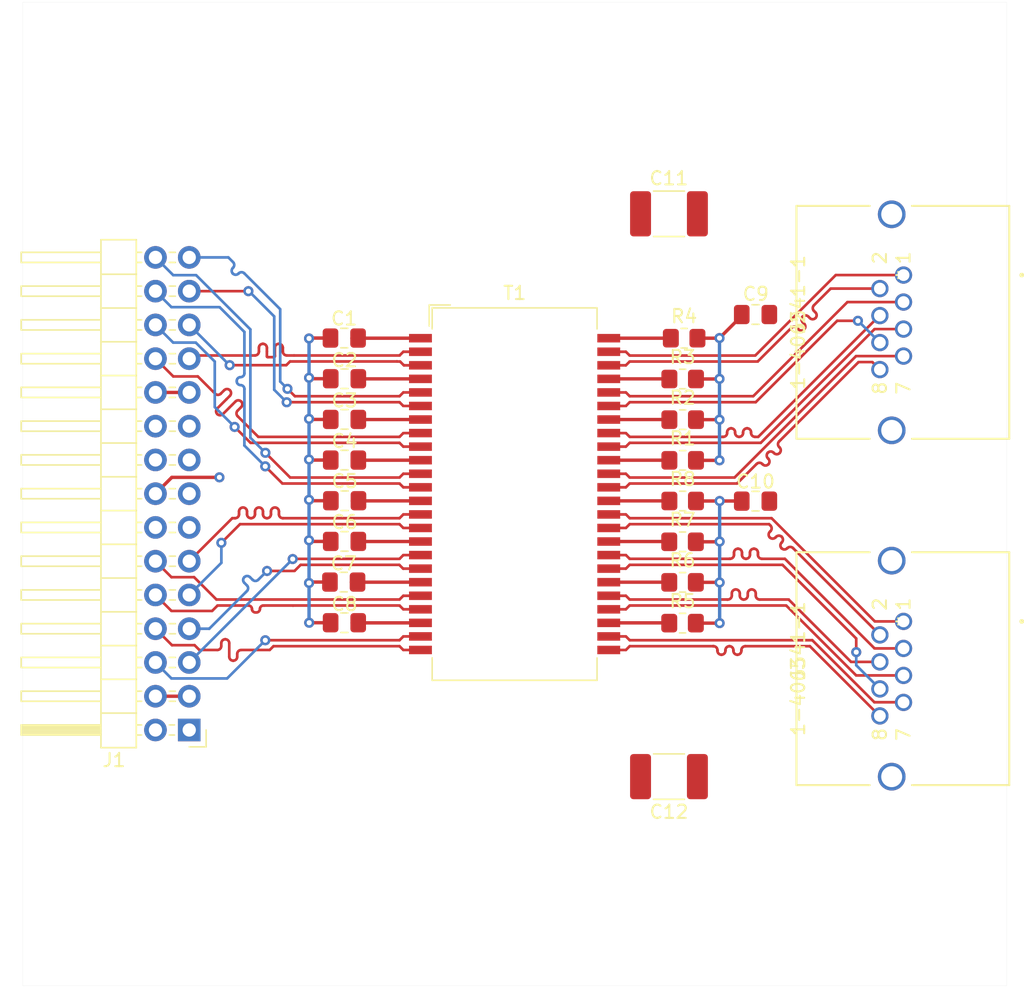
<source format=kicad_pcb>
(kicad_pcb (version 20211014) (generator pcbnew)
  (title_block (title "Colorlight I5 Ethernet Adaptor Mod"))
  (layers (0 "F.Cu" signal) (31 "B.Cu" signal) (34 "B.Paste" user) (35 "F.Paste" user) (36 "B.SilkS" user "B.Silkscreen") (37 "F.SilkS" user "F.Silkscreen") (38 "B.Mask" user) (39 "F.Mask" user) (44 "Edge.Cuts" user))
  (net 0 "")
  (net 1 "Net-(C1-Pad1)")
  (net 2 "GND")
  (net 3 "Net-(C2-Pad1)")
  (net 4 "Net-(C3-Pad1)")
  (net 5 "Net-(C4-Pad1)")
  (net 6 "Net-(C5-Pad1)")
  (net 7 "Net-(C6-Pad1)")
  (net 8 "Net-(C7-Pad1)")
  (net 9 "Net-(C8-Pad1)")
  (net 10 "Earth")
  (net 11 "Net-(C9-Pad2)")
  (net 12 "Net-(C10-Pad2)")
  (net 15 "/TD6+")
  (net 16 "/TD8+")
  (net 17 "/TD6-")
  (net 18 "/TD8-")
  (net 19 "/TD5-")
  (net 20 "/TD7-")
  (net 21 "/TD5+")
  (net 22 "/TD7+")
  (net 30 "/TD1+")
  (net 31 "/TD3+")
  (net 32 "/TD1-")
  (net 33 "/TD3-")
  (net 34 "/TD2-")
  (net 35 "/TD4-")
  (net 36 "/TD2+")
  (net 37 "/TD4+")
  (net 38 "/MX1+")
  (net 39 "/MX1-")
  (net 40 "/MX2+")
  (net 41 "/MX3+")
  (net 42 "/MX3-")
  (net 43 "/MX2-")
  (net 44 "/MX4+")
  (net 45 "/MX4-")
  (net 46 "/MX5+")
  (net 47 "/MX5-")
  (net 48 "/MX6+")
  (net 49 "/MX7+")
  (net 50 "/MX7-")
  (net 51 "/MX6-")
  (net 52 "/MX8+")
  (net 53 "/MX8-")
  (net 54 "Net-(T1-Pad39)")
  (net 55 "Net-(T1-Pad42)")
  (net 56 "Net-(T1-Pad45)")
  (net 57 "Net-(T1-Pad48)")
  (net 58 "Net-(T1-Pad27)")
  (net 59 "Net-(T1-Pad30)")
  (net 60 "Net-(T1-Pad33)")
  (net 61 "Net-(T1-Pad36)")
  (footprint "Capacitor_SMD:C_0805_2012Metric_Pad1.18x1.45mm_HandSolder" (layer "F.Cu") (at 123.0574 109.798 180)
    (fp_text reference "C8")
    (fp_text value "0.1u")
  )
  (footprint "Resistor_SMD:R_0805_2012Metric_Pad1.20x1.40mm_HandSolder" (layer "F.Cu") (at 148.488 106.758)
    (fp_text reference "R6")
    (fp_text value "75")
  )
  (footprint "Resistor_SMD:R_0805_2012Metric_Pad1.20x1.40mm_HandSolder" (layer "F.Cu") (at 148.488 103.708)
    (fp_text reference "R7")
    (fp_text value "75")
  )
  (footprint "Resistor_SMD:R_0805_2012Metric_Pad1.20x1.40mm_HandSolder" (layer "F.Cu") (at 148.608 88.388)
    (fp_text reference "R4")
    (fp_text value "75")
  )
  (footprint "Resistor_SMD:R_0805_2012Metric_Pad1.20x1.40mm_HandSolder" (layer "F.Cu") (at 148.498 94.518)
    (fp_text reference "R2")
    (fp_text value "75")
  )
  (footprint "Capacitor_SMD:C_0805_2012Metric_Pad1.18x1.45mm_HandSolder" (layer "F.Cu") (at 123.0774 100.618 180)
    (fp_text reference "C5")
    (fp_text value "0.1u")
  )
  (footprint "Capacitor_SMD:C_0805_2012Metric_Pad1.18x1.45mm_HandSolder" (layer "F.Cu") (at 123.0674 97.558 180)
    (fp_text reference "C4")
    (fp_text value "0.1u")
  )
  (footprint "Connector_PinHeader_2.54mm:PinHeader_2x15_P2.54mm_Horizontal" (layer "F.Cu") (at 111.388 117.868 180)
    (fp_text reference "J1")
    (fp_text value "Conn_02x15_Odd_Even")
  )
  (footprint "Capacitor_SMD:C_0805_2012Metric_Pad1.18x1.45mm_HandSolder" (layer "F.Cu") (at 123.0074 106.738 180)
    (fp_text reference "C7")
    (fp_text value "0.1u")
  )
  (footprint "Capacitor_SMD:C_0805_2012Metric_Pad1.18x1.45mm_HandSolder" (layer "F.Cu") (at 123.0674 94.498 180)
    (fp_text reference "C3")
    (fp_text value "0.1u")
  )
  (footprint "Capacitor_SMD:C_0805_2012Metric_Pad1.18x1.45mm_HandSolder" (layer "F.Cu") (at 123.0674 103.678 180)
    (fp_text reference "C6")
    (fp_text value "0.1u")
  )
  (footprint "Resistor_SMD:R_0805_2012Metric_Pad1.20x1.40mm_HandSolder" (layer "F.Cu") (at 148.498 100.638)
    (fp_text reference "R8")
    (fp_text value "75")
  )
  (footprint "Capacitor_SMD:C_0805_2012Metric_Pad1.18x1.45mm_HandSolder" (layer "F.Cu") (at 153.978 86.608 180)
    (fp_text reference "C9")
    (fp_text value "1000p")
  )
  (footprint "Capacitor_SMD:C_1812_4532Metric_Pad1.57x3.40mm_HandSolder" (layer "F.Cu") (at 147.468 121.378 180)
    (fp_text reference "C12")
    (fp_text value "4700p")
  )
  (footprint "Capacitor_SMD:C_1812_4532Metric_Pad1.57x3.40mm_HandSolder" (layer "F.Cu") (at 147.468 79.028 180)
    (fp_text reference "C11")
    (fp_text value "4700p")
  )
  (footprint "MJ406541:1-406541-1" (layer "F.Cu") (at 165.108 109.698 -90)
    (fp_text reference "J3")
    (fp_text value "1-406541-1")
  )
  (footprint "PM6C-200XF:PM6C-2004F_SOP48" (layer "F.Cu") (at 135.858 100.118 -90)
    (fp_text reference "T1")
    (fp_text value "PM6C-2004F")
  )
  (footprint "Capacitor_SMD:C_0805_2012Metric_Pad1.18x1.45mm_HandSolder" (layer "F.Cu") (at 123.048 88.378 180)
    (fp_text reference "C1")
    (fp_text value "0.1u")
  )
  (footprint "Resistor_SMD:R_0805_2012Metric_Pad1.20x1.40mm_HandSolder" (layer "F.Cu") (at 148.488 109.828)
    (fp_text reference "R5")
    (fp_text value "75")
  )
  (footprint "Capacitor_SMD:C_0805_2012Metric_Pad1.18x1.45mm_HandSolder" (layer "F.Cu") (at 153.978 100.648 180)
    (fp_text reference "C10")
    (fp_text value "1000p")
  )
  (footprint "Capacitor_SMD:C_0805_2012Metric_Pad1.18x1.45mm_HandSolder" (layer "F.Cu") (at 123.0674 91.438 180)
    (fp_text reference "C2")
    (fp_text value "0.1u")
  )
  (footprint "Resistor_SMD:R_0805_2012Metric_Pad1.20x1.40mm_HandSolder" (layer "F.Cu") (at 148.498 97.578)
    (fp_text reference "R1")
    (fp_text value "75")
  )
  (footprint "Resistor_SMD:R_0805_2012Metric_Pad1.20x1.40mm_HandSolder" (layer "F.Cu") (at 148.498 91.458)
    (fp_text reference "R3")
    (fp_text value "75")
  )
  (footprint "MJ406541:1-406541-1" (layer "F.Cu") (at 165.108 83.638 -90)
    (fp_text reference "J2")
    (fp_text value "1-406541-1")
  )
  (gr_rect (start 98.858 63.118) (end 172.858 137.118) (layer "Edge.Cuts") (width 0.01) (fill none))
  (segment (start 123.6255 88.388) (end 128.778 88.388) (width 0.254) (layer "F.Cu") (net 1))
  (segment (start 122.0299 94.498) (end 120.438 94.498) (width 0.254) (layer "F.Cu") (net 2))
  (segment (start 122.0299 91.438) (end 120.468 91.438) (width 0.254) (layer "F.Cu") (net 2))
  (segment (start 113.658 98.858) (end 113.657489 98.857489) (width 0.254) (layer "F.Cu") (net 2))
  (segment (start 120.478 103.678) (end 120.398 103.598) (width 0.254) (layer "F.Cu") (net 2))
  (segment (start 120.428 88.378) (end 120.398 88.408) (width 0.254) (layer "F.Cu") (net 2))
  (segment (start 122.0299 103.678) (end 120.478 103.678) (width 0.254) (layer "F.Cu") (net 2))
  (segment (start 120.438 97.558) (end 120.398 97.518) (width 0.254) (layer "F.Cu") (net 2))
  (segment (start 122.0105 88.378) (end 120.428 88.378) (width 0.254) (layer "F.Cu") (net 2))
  (segment (start 108.848 92.468) (end 111.388 92.468) (width 0.254) (layer "F.Cu") (net 2))
  (segment (start 120.468 91.438) (end 120.398 91.368) (width 0.254) (layer "F.Cu") (net 2))
  (segment (start 120.468 106.738) (end 120.398 106.808) (width 0.254) (layer "F.Cu") (net 2))
  (segment (start 122.0399 100.618) (end 120.468 100.618) (width 0.254) (layer "F.Cu") (net 2))
  (segment (start 122.0299 97.558) (end 120.438 97.558) (width 0.254) (layer "F.Cu") (net 2))
  (segment (start 121.9699 106.738) (end 120.468 106.738) (width 0.254) (layer "F.Cu") (net 2))
  (segment (start 120.468 100.618) (end 120.398 100.548) (width 0.254) (layer "F.Cu") (net 2))
  (segment (start 120.408 109.798) (end 122.0199 109.798) (width 0.254) (layer "F.Cu") (net 2))
  (segment (start 110.078511 98.857489) (end 108.848 100.088) (width 0.254) (layer "F.Cu") (net 2))
  (segment (start 113.657489 98.857489) (end 110.078511 98.857489) (width 0.254) (layer "F.Cu") (net 2))
  (segment (start 120.438 94.498) (end 120.398 94.458) (width 0.254) (layer "F.Cu") (net 2))
  (segment (start 108.848 115.328) (end 111.388 115.328) (width 0.254) (layer "F.Cu") (net 2))
  (via (at 120.398 91.368) (size 0.762) (drill 0.381) (layers "F.Cu" "B.Cu") (net 2))
  (via (at 120.398 88.408) (size 0.762) (drill 0.381) (layers "F.Cu" "B.Cu") (net 2))
  (via (at 120.408 109.798) (size 0.762) (drill 0.381) (layers "F.Cu" "B.Cu") (net 2))
  (via (at 120.398 94.458) (size 0.762) (drill 0.381) (layers "F.Cu" "B.Cu") (net 2))
  (via (at 120.398 97.518) (size 0.762) (drill 0.381) (layers "F.Cu" "B.Cu") (net 2))
  (via (at 120.398 103.598) (size 0.762) (drill 0.381) (layers "F.Cu" "B.Cu") (net 2))
  (via (at 120.398 106.808) (size 0.762) (drill 0.381) (layers "F.Cu" "B.Cu") (net 2))
  (via (at 113.658 98.858) (size 0.762) (drill 0.381) (layers "F.Cu" "B.Cu") (net 2))
  (via (at 120.398 100.548) (size 0.762) (drill 0.381) (layers "F.Cu" "B.Cu") (net 2))
  (segment (start 120.398 106.808) (end 120.398 109.788) (width 0.254) (layer "B.Cu") (net 2))
  (segment (start 120.398 109.788) (end 120.408 109.798) (width 0.254) (layer "B.Cu") (net 2))
  (segment (start 120.398 103.598) (end 120.398 106.808) (width 0.254) (layer "B.Cu") (net 2))
  (segment (start 120.398 88.408) (end 120.398 91.368) (width 0.254) (layer "B.Cu") (net 2))
  (segment (start 120.398 91.368) (end 120.398 94.458) (width 0.254) (layer "B.Cu") (net 2))
  (segment (start 120.398 100.548) (end 120.398 103.598) (width 0.254) (layer "B.Cu") (net 2))
  (segment (start 120.398 94.458) (end 120.398 97.518) (width 0.254) (layer "B.Cu") (net 2))
  (segment (start 120.398 97.518) (end 120.398 100.548) (width 0.254) (layer "B.Cu") (net 2))
  (segment (start 123.6449 91.448) (end 128.778 91.448) (width 0.254) (layer "F.Cu") (net 3))
  (segment (start 123.6449 94.508) (end 128.778 94.508) (width 0.254) (layer "F.Cu") (net 4))
  (segment (start 123.6449 97.568) (end 128.778 97.568) (width 0.254) (layer "F.Cu") (net 5))
  (segment (start 123.6549 100.628) (end 128.778 100.628) (width 0.254) (layer "F.Cu") (net 6))
  (segment (start 123.6449 103.688) (end 128.778 103.688) (width 0.254) (layer "F.Cu") (net 7))
  (segment (start 123.5849 106.748) (end 128.778 106.748) (width 0.254) (layer "F.Cu") (net 8))
  (segment (start 123.6349 109.808) (end 128.778 109.808) (width 0.254) (layer "F.Cu") (net 9))
  (segment (start 152.9405 86.608) (end 152.9405 86.7055) (width 0.254) (layer "F.Cu") (net 11))
  (segment (start 151.268 97.578) (end 149.498 97.578) (width 0.254) (layer "F.Cu") (net 11))
  (segment (start 151.258 91.458) (end 151.268 91.448) (width 0.254) (layer "F.Cu") (net 11))
  (segment (start 152.9405 86.7055) (end 151.268 88.378) (width 0.254) (layer "F.Cu") (net 11))
  (segment (start 149.608 88.388) (end 151.258 88.388) (width 0.254) (layer "F.Cu") (net 11))
  (segment (start 151.258 88.388) (end 151.268 88.378) (width 0.254) (layer "F.Cu") (net 11))
  (segment (start 149.498 94.518) (end 151.268 94.518) (width 0.254) (layer "F.Cu") (net 11))
  (segment (start 149.498 91.458) (end 151.258 91.458) (width 0.254) (layer "F.Cu") (net 11))
  (via (at 151.268 94.518) (size 0.762) (drill 0.381) (layers "F.Cu" "B.Cu") (net 11))
  (via (at 151.268 97.578) (size 0.762) (drill 0.381) (layers "F.Cu" "B.Cu") (net 11))
  (via (at 151.268 91.448) (size 0.762) (drill 0.381) (layers "F.Cu" "B.Cu") (net 11))
  (via (at 151.268 88.378) (size 0.762) (drill 0.381) (layers "F.Cu" "B.Cu") (net 11))
  (segment (start 151.268 88.378) (end 151.268 91.448) (width 0.254) (layer "B.Cu") (net 11))
  (segment (start 151.268 91.448) (end 151.268 94.518) (width 0.254) (layer "B.Cu") (net 11))
  (segment (start 151.268 94.518) (end 151.268 97.578) (width 0.254) (layer "B.Cu") (net 11))
  (segment (start 149.498 100.638) (end 151.278 100.638) (width 0.254) (layer "F.Cu") (net 12))
  (segment (start 152.7805 100.638) (end 152.8005 100.658) (width 0.254) (layer "F.Cu") (net 12))
  (segment (start 149.488 103.708) (end 151.258 103.708) (width 0.254) (layer "F.Cu") (net 12))
  (segment (start 151.278 100.638) (end 152.7805 100.638) (width 0.254) (layer "F.Cu") (net 12))
  (segment (start 149.488 106.758) (end 151.268 106.758) (width 0.254) (layer "F.Cu") (net 12))
  (segment (start 151.268 106.758) (end 151.278 106.768) (width 0.254) (layer "F.Cu") (net 12))
  (segment (start 151.278 109.828) (end 149.488 109.828) (width 0.254) (layer "F.Cu") (net 12))
  (segment (start 151.258 103.708) (end 151.278 103.688) (width 0.254) (layer "F.Cu") (net 12))
  (via (at 151.278 106.768) (size 0.762) (drill 0.381) (layers "F.Cu" "B.Cu") (net 12))
  (via (at 151.278 109.828) (size 0.762) (drill 0.381) (layers "F.Cu" "B.Cu") (net 12))
  (via (at 151.278 100.638) (size 0.762) (drill 0.381) (layers "F.Cu" "B.Cu") (net 12))
  (via (at 151.278 103.688) (size 0.762) (drill 0.381) (layers "F.Cu" "B.Cu") (net 12))
  (segment (start 151.278 103.688) (end 151.278 106.768) (width 0.254) (layer "B.Cu") (net 12))
  (segment (start 151.278 106.768) (end 151.278 109.828) (width 0.254) (layer "B.Cu") (net 12))
  (segment (start 151.278 100.638) (end 151.278 103.688) (width 0.254) (layer "B.Cu") (net 12))
  (segment (start 127.202999 104.993) (end 127.487999 104.708) (width 0.2) (layer "F.Cu") (net 15))
  (segment (start 119.180974 104.993) (end 127.202999 104.993) (width 0.2) (layer "F.Cu") (net 15))
  (segment (start 119.168437 105.005537) (end 119.180974 104.993) (width 0.2) (layer "F.Cu") (net 15))
  (segment (start 127.487999 104.708) (end 128.778 104.708) (width 0.2) (layer "F.Cu") (net 15))
  (via (at 119.168437 105.005537) (size 0.762) (drill 0.381) (layers "F.Cu" "B.Cu") (net 15))
  (segment (start 119.168437 105.005537) (end 119.168437 105.007563) (width 0.2) (layer "B.Cu") (net 15))
  (segment (start 119.168437 105.007563) (end 111.388 112.788) (width 0.2) (layer "B.Cu") (net 15))
  (segment (start 127.487999 110.828) (end 127.202999 111.113) (width 0.2) (layer "F.Cu") (net 16))
  (segment (start 117.113 111.113) (end 117.108 111.118) (width 0.2) (layer "F.Cu") (net 16))
  (segment (start 128.778 110.828) (end 127.487999 110.828) (width 0.2) (layer "F.Cu") (net 16))
  (segment (start 127.202999 111.113) (end 117.113 111.113) (width 0.2) (layer "F.Cu") (net 16))
  (via (at 117.108 111.118) (size 0.762) (drill 0.381) (layers "F.Cu" "B.Cu") (net 16))
  (segment (start 108.848 112.788) (end 110.051511 113.991511) (width 0.2) (layer "B.Cu") (net 16))
  (segment (start 110.051511 113.991511) (end 114.234489 113.991511) (width 0.2) (layer "B.Cu") (net 16))
  (segment (start 114.234489 113.991511) (end 117.108 111.118) (width 0.2) (layer "B.Cu") (net 16))
  (segment (start 127.47348 105.728) (end 127.188 105.44252) (width 0.2) (layer "F.Cu") (net 17))
  (segment (start 117.241458 105.901458) (end 119.3056 105.901458) (width 0.2) (layer "F.Cu") (net 17))
  (segment (start 128.608 105.558) (end 128.778 105.728) (width 0.2) (layer "F.Cu") (net 17))
  (segment (start 119.3056 105.901458) (end 119.764538 105.44252) (width 0.2) (layer "F.Cu") (net 17))
  (segment (start 127.188 105.44252) (end 119.764538 105.44252) (width 0.2) (layer "F.Cu") (net 17))
  (segment (start 128.778 105.728) (end 127.47348 105.728) (width 0.2) (layer "F.Cu") (net 17))
  (via (at 117.241458 105.901458) (size 0.762) (drill 0.381) (layers "F.Cu" "B.Cu") (net 17))
  (segment (start 112.894916 110.248) (end 111.388 110.248) (width 0.2) (layer "B.Cu") (net 17))
  (segment (start 115.726908 107.413965) (end 115.620843 107.520031) (width 0.2) (layer "B.Cu") (net 17))
  (segment (start 116.151172 106.565437) (end 115.955607 106.369872) (width 0.2) (layer "B.Cu") (net 17))
  (segment (start 117.241458 105.901458) (end 117.239416 105.901458) (width 0.2) (layer "B.Cu") (net 17))
  (segment (start 115.620843 107.520031) (end 112.894916 110.245958) (width 0.2) (layer "B.Cu") (net 17))
  (segment (start 115.531343 106.794136) (end 115.726907 106.9897) (width 0.2) (layer "B.Cu") (net 17))
  (segment (start 116.151171 106.565437) (end 116.151172 106.565437) (width 0.2) (layer "B.Cu") (net 17))
  (segment (start 112.894916 110.245958) (end 112.894916 110.248) (width 0.2) (layer "B.Cu") (net 17))
  (segment (start 115.726907 107.413964) (end 115.726908 107.413965) (width 0.2) (layer "B.Cu") (net 17))
  (segment (start 117.239416 105.901458) (end 116.575437 106.565437) (width 0.2) (layer "B.Cu") (net 17))
  (arc (start 115.531343 106.369872) (mid 115.443475 106.582004) (end 115.531343 106.794136) (width 0.2) (layer "B.Cu") (net 17))
  (arc (start 115.955607 106.369872) (mid 115.743475 106.282004) (end 115.531343 106.369872) (width 0.2) (layer "B.Cu") (net 17))
  (arc (start 115.726907 106.9897) (mid 115.814775 107.201832) (end 115.726907 107.413964) (width 0.2) (layer "B.Cu") (net 17))
  (arc (start 116.575437 106.565437) (mid 116.363304 106.653305) (end 116.151171 106.565437) (width 0.2) (layer "B.Cu") (net 17))
  (segment (start 113.797489 111.548511) (end 113.797489 111.341714) (width 0.2) (layer "F.Cu") (net 18))
  (segment (start 110.088 111.488) (end 111.790023 111.488) (width 0.2) (layer "F.Cu") (net 18))
  (segment (start 114.397489 111.341714) (end 114.397489 112.355308) (width 0.2) (layer "F.Cu") (net 18))
  (segment (start 115.297489 111.848511) (end 117.437489 111.848511) (width 0.2) (layer "F.Cu") (net 18))
  (segment (start 112.150534 111.848511) (end 113.497489 111.848511) (width 0.2) (layer "F.Cu") (net 18))
  (segment (start 111.790023 111.488) (end 112.150534 111.848511) (width 0.2) (layer "F.Cu") (net 18))
  (segment (start 108.848 110.248) (end 110.088 111.488) (width 0.2) (layer "F.Cu") (net 18))
  (segment (start 114.997489 112.355308) (end 114.997489 112.148511) (width 0.2) (layer "F.Cu") (net 18))
  (segment (start 117.723 111.563) (end 127.202999 111.563) (width 0.2) (layer "F.Cu") (net 18))
  (segment (start 117.437489 111.848511) (end 117.723 111.563) (width 0.2) (layer "F.Cu") (net 18))
  (segment (start 127.487999 111.848) (end 128.778 111.848) (width 0.2) (layer "F.Cu") (net 18))
  (segment (start 127.202999 111.563) (end 127.487999 111.848) (width 0.2) (layer "F.Cu") (net 18))
  (arc (start 114.997489 112.148511) (mid 115.085357 111.936379) (end 115.297489 111.848511) (width 0.2) (layer "F.Cu") (net 18))
  (arc (start 114.697489 112.655308) (mid 114.909621 112.56744) (end 114.997489 112.355308) (width 0.2) (layer "F.Cu") (net 18))
  (arc (start 114.097489 111.041714) (mid 114.309621 111.129582) (end 114.397489 111.341714) (width 0.2) (layer "F.Cu") (net 18))
  (arc (start 113.497489 111.848511) (mid 113.709621 111.760643) (end 113.797489 111.548511) (width 0.2) (layer "F.Cu") (net 18))
  (arc (start 114.397489 112.355308) (mid 114.485357 112.56744) (end 114.697489 112.655308) (width 0.2) (layer "F.Cu") (net 18))
  (arc (start 113.797489 111.341714) (mid 113.885357 111.129582) (end 114.097489 111.041714) (width 0.2) (layer "F.Cu") (net 18))
  (segment (start 127.202999 102.383) (end 115.206084 102.383) (width 0.2) (layer "F.Cu") (net 19))
  (segment (start 128.778 102.668) (end 127.487999 102.668) (width 0.2) (layer "F.Cu") (net 19))
  (segment (start 115.206084 102.383) (end 113.804542 103.784542) (width 0.2) (layer "F.Cu") (net 19))
  (segment (start 127.487999 102.668) (end 127.202999 102.383) (width 0.2) (layer "F.Cu") (net 19))
  (via (at 113.804542 103.784542) (size 0.762) (drill 0.381) (layers "F.Cu" "B.Cu") (net 19))
  (segment (start 113.804542 105.291458) (end 111.388 107.708) (width 0.2) (layer "B.Cu") (net 19))
  (segment (start 113.804542 103.784542) (end 113.804542 105.291458) (width 0.2) (layer "B.Cu") (net 19))
  (segment (start 113.109009 108.911511) (end 113.518 108.50252) (width 0.2) (layer "F.Cu") (net 20))
  (segment (start 127.487999 108.788) (end 128.778 108.788) (width 0.2) (layer "F.Cu") (net 20))
  (segment (start 110.051511 108.911511) (end 113.109009 108.911511) (width 0.2) (layer "F.Cu") (net 20))
  (segment (start 117.04348 108.50252) (end 119.190843 108.50252) (width 0.2) (layer "F.Cu") (net 20))
  (segment (start 113.518 108.50252) (end 115.84348 108.50252) (width 0.2) (layer "F.Cu") (net 20))
  (segment (start 127.202999 108.503) (end 127.487999 108.788) (width 0.2) (layer "F.Cu") (net 20))
  (segment (start 119.190843 108.50252) (end 119.191323 108.503) (width 0.2) (layer "F.Cu") (net 20))
  (segment (start 116.364448 109.023488) (end 116.44348 109.023488) (width 0.2) (layer "F.Cu") (net 20))
  (segment (start 119.191323 108.503) (end 127.202999 108.503) (width 0.2) (layer "F.Cu") (net 20))
  (segment (start 116.964448 108.50252) (end 117.04348 108.50252) (width 0.2) (layer "F.Cu") (net 20))
  (segment (start 108.848 107.708) (end 110.051511 108.911511) (width 0.2) (layer "F.Cu") (net 20))
  (arc (start 116.103964 108.763004) (mid 116.180258 108.947194) (end 116.364448 109.023488) (width 0.2) (layer "F.Cu") (net 20))
  (arc (start 116.703964 108.763004) (mid 116.780258 108.578814) (end 116.964448 108.50252) (width 0.2) (layer "F.Cu") (net 20))
  (arc (start 116.44348 109.023488) (mid 116.62767 108.947194) (end 116.703964 108.763004) (width 0.2) (layer "F.Cu") (net 20))
  (arc (start 115.84348 108.50252) (mid 116.02767 108.578814) (end 116.103964 108.763004) (width 0.2) (layer "F.Cu") (net 20))
  (segment (start 116.933 101.633) (end 116.933 101.426569) (width 0.2) (layer "F.Cu") (net 21))
  (segment (start 114.623 101.933) (end 111.388 105.168) (width 0.2) (layer "F.Cu") (net 21))
  (segment (start 128.778 101.648) (end 127.487999 101.648) (width 0.2) (layer "F.Cu") (net 21))
  (segment (start 117.533 101.426569) (end 117.533 101.633) (width 0.2) (layer "F.Cu") (net 21))
  (segment (start 127.202999 101.933) (end 118.433 101.933) (width 0.2) (layer "F.Cu") (net 21))
  (segment (start 114.833 101.933) (end 114.623 101.933) (width 0.2) (layer "F.Cu") (net 21))
  (segment (start 127.487999 101.648) (end 127.202999 101.933) (width 0.2) (layer "F.Cu") (net 21))
  (segment (start 115.133 101.426569) (end 115.133 101.633) (width 0.2) (layer "F.Cu") (net 21))
  (segment (start 118.133 101.633) (end 118.133 101.426569) (width 0.2) (layer "F.Cu") (net 21))
  (segment (start 115.733 101.633) (end 115.733 101.426569) (width 0.2) (layer "F.Cu") (net 21))
  (segment (start 116.333 101.426569) (end 116.333 101.633) (width 0.2) (layer "F.Cu") (net 21))
  (arc (start 117.233 101.933) (mid 117.020868 101.845132) (end 116.933 101.633) (width 0.2) (layer "F.Cu") (net 21))
  (arc (start 115.733 101.426569) (mid 115.645132 101.214437) (end 115.433 101.126569) (width 0.2) (layer "F.Cu") (net 21))
  (arc (start 116.933 101.426569) (mid 116.845132 101.214437) (end 116.633 101.126569) (width 0.2) (layer "F.Cu") (net 21))
  (arc (start 116.033 101.933) (mid 115.820868 101.845132) (end 115.733 101.633) (width 0.2) (layer "F.Cu") (net 21))
  (arc (start 116.633 101.126569) (mid 116.420868 101.214437) (end 116.333 101.426569) (width 0.2) (layer "F.Cu") (net 21))
  (arc (start 116.333 101.633) (mid 116.245132 101.845132) (end 116.033 101.933) (width 0.2) (layer "F.Cu") (net 21))
  (arc (start 115.133 101.633) (mid 115.045132 101.845132) (end 114.833 101.933) (width 0.2) (layer "F.Cu") (net 21))
  (arc (start 115.433 101.126569) (mid 115.220868 101.214437) (end 115.133 101.426569) (width 0.2) (layer "F.Cu") (net 21))
  (arc (start 118.433 101.933) (mid 118.220868 101.845132) (end 118.133 101.633) (width 0.2) (layer "F.Cu") (net 21))
  (arc (start 117.833 101.126569) (mid 117.620868 101.214437) (end 117.533 101.426569) (width 0.2) (layer "F.Cu") (net 21))
  (arc (start 118.133 101.426569) (mid 118.045132 101.214437) (end 117.833 101.126569) (width 0.2) (layer "F.Cu") (net 21))
  (arc (start 117.533 101.633) (mid 117.445132 101.845132) (end 117.233 101.933) (width 0.2) (layer "F.Cu") (net 21))
  (segment (start 111.753534 106.371511) (end 110.051511 106.371511) (width 0.2) (layer "F.Cu") (net 22))
  (segment (start 127.487999 107.768) (end 127.202999 108.053) (width 0.2) (layer "F.Cu") (net 22))
  (segment (start 110.051511 106.371511) (end 108.848 105.168) (width 0.2) (layer "F.Cu") (net 22))
  (segment (start 127.202999 108.053) (end 113.435023 108.053) (width 0.2) (layer "F.Cu") (net 22))
  (segment (start 113.435023 108.053) (end 111.753534 106.371511) (width 0.2) (layer "F.Cu") (net 22))
  (segment (start 128.778 107.768) (end 127.487999 107.768) (width 0.2) (layer "F.Cu") (net 22))
  (segment (start 117.290887 89.814285) (end 117.764091 89.814285) (width 0.2) (layer "F.Cu") (net 30))
  (segment (start 117.827489 89.687489) (end 117.827489 89.110693) (width 0.2) (layer "F.Cu") (net 30))
  (segment (start 118.427489 89.110693) (end 118.427489 89.387489) (width 0.2) (layer "F.Cu") (net 30))
  (segment (start 127.197488 89.687489) (end 127.202999 89.693) (width 0.2) (layer "F.Cu") (net 30))
  (segment (start 117.827489 89.750887) (end 117.827489 89.687489) (width 0.2) (layer "F.Cu") (net 30))
  (segment (start 117.227489 89.110693) (end 117.227489 89.387489) (width 0.2) (layer "F.Cu") (net 30))
  (segment (start 117.227489 89.387489) (end 117.227489 89.750887) (width 0.2) (layer "F.Cu") (net 30))
  (segment (start 111.898511 89.417489) (end 111.388 89.928) (width 0.2) (layer "F.Cu") (net 30))
  (segment (start 116.627489 89.387489) (end 116.627489 89.110693) (width 0.2) (layer "F.Cu") (net 30))
  (segment (start 127.487999 89.408) (end 128.778 89.408) (width 0.2) (layer "F.Cu") (net 30))
  (segment (start 119.276073 89.687489) (end 127.197488 89.687489) (width 0.2) (layer "F.Cu") (net 30))
  (segment (start 111.388 89.928) (end 111.628511 89.687489) (width 0.2) (layer "F.Cu") (net 30))
  (segment (start 118.727489 89.687489) (end 119.276073 89.687489) (width 0.2) (layer "F.Cu") (net 30))
  (segment (start 111.628511 89.687489) (end 116.327489 89.687489) (width 0.2) (layer "F.Cu") (net 30))
  (segment (start 127.202999 89.693) (end 127.487999 89.408) (width 0.2) (layer "F.Cu") (net 30))
  (arc (start 118.127489 88.810693) (mid 118.339621 88.898561) (end 118.427489 89.110693) (width 0.2) (layer "F.Cu") (net 30))
  (arc (start 117.827489 89.110693) (mid 117.915357 88.898561) (end 118.127489 88.810693) (width 0.2) (layer "F.Cu") (net 30))
  (arc (start 116.327489 89.687489) (mid 116.539621 89.599621) (end 116.627489 89.387489) (width 0.2) (layer "F.Cu") (net 30))
  (arc (start 116.627489 89.110693) (mid 116.715357 88.898561) (end 116.927489 88.810693) (width 0.2) (layer "F.Cu") (net 30))
  (arc (start 116.927489 88.810693) (mid 117.139621 88.898561) (end 117.227489 89.110693) (width 0.2) (layer "F.Cu") (net 30))
  (arc (start 117.227489 89.750887) (mid 117.246058 89.795716) (end 117.290887 89.814285) (width 0.2) (layer "F.Cu") (net 30))
  (arc (start 118.427489 89.387489) (mid 118.515357 89.599621) (end 118.727489 89.687489) (width 0.2) (layer "F.Cu") (net 30))
  (arc (start 117.764091 89.814285) (mid 117.80892 89.795716) (end 117.827489 89.750887) (width 0.2) (layer "F.Cu") (net 30))
  (segment (start 114.443154 92.725639) (end 114.443155 92.725638) (width 0.2) (layer "F.Cu") (net 31))
  (segment (start 108.848 89.928) (end 110.184489 91.264489) (width 0.2) (layer "F.Cu") (net 31))
  (segment (start 113.757264 92.563) (end 114.018891 92.301374) (width 0.2) (layer "F.Cu") (net 31))
  (segment (start 116.583 95.813) (end 127.202999 95.813) (width 0.2) (layer "F.Cu") (net 31))
  (segment (start 114.605789 93.411524) (end 114.867415 93.149898) (width 0.2) (layer "F.Cu") (net 31))
  (segment (start 115.030053 94.260053) (end 115.065408 94.295408) (width 0.2) (layer "F.Cu") (net 31))
  (segment (start 110.184489 91.264489) (end 112.034489 91.264489) (width 0.2) (layer "F.Cu") (net 31))
  (segment (start 114.393658 93.623658) (end 114.605789 93.411524) (width 0.2) (layer "F.Cu") (net 31))
  (segment (start 114.443155 92.725638) (end 114.181527 92.987263) (width 0.2) (layer "F.Cu") (net 31))
  (segment (start 127.487999 95.528) (end 128.778 95.528) (width 0.2) (layer "F.Cu") (net 31))
  (segment (start 115.291681 93.574164) (end 115.030053 93.835789) (width 0.2) (layer "F.Cu") (net 31))
  (segment (start 113.757265 92.562999) (end 113.757264 92.563) (width 0.2) (layer "F.Cu") (net 31))
  (segment (start 112.034489 91.264489) (end 113.333 92.563) (width 0.2) (layer "F.Cu") (net 31))
  (segment (start 113.9199 94.097417) (end 114.393658 93.623658) (width 0.2) (layer "F.Cu") (net 31))
  (segment (start 113.919901 94.097416) (end 113.9199 94.097417) (width 0.2) (layer "F.Cu") (net 31))
  (segment (start 127.202999 95.813) (end 127.487999 95.528) (width 0.2) (layer "F.Cu") (net 31))
  (segment (start 114.181527 92.987263) (end 113.495636 93.673153) (width 0.2) (layer "F.Cu") (net 31))
  (segment (start 115.065408 94.295408) (end 116.583 95.813) (width 0.2) (layer "F.Cu") (net 31))
  (segment (start 115.29168 93.574165) (end 115.291681 93.574164) (width 0.2) (layer "F.Cu") (net 31))
  (arc (start 115.030053 93.835789) (mid 114.942185 94.047921) (end 115.030053 94.260053) (width 0.2) (layer "F.Cu") (net 31))
  (arc (start 114.867415 93.149898) (mid 115.079549 93.062032) (end 115.291681 93.1499) (width 0.2) (layer "F.Cu") (net 31))
  (arc (start 114.018891 92.301374) (mid 114.231023 92.213506) (end 114.443155 92.301374) (width 0.2) (layer "F.Cu") (net 31))
  (arc (start 113.333 92.563) (mid 113.545134 92.650869) (end 113.757265 92.562999) (width 0.2) (layer "F.Cu") (net 31))
  (arc (start 114.443155 92.301374) (mid 114.531022 92.513506) (end 114.443154 92.725639) (width 0.2) (layer "F.Cu") (net 31))
  (arc (start 115.291681 93.1499) (mid 115.379548 93.362032) (end 115.29168 93.574165) (width 0.2) (layer "F.Cu") (net 31))
  (arc (start 113.495636 93.673153) (mid 113.407768 93.885285) (end 113.495636 94.097417) (width 0.2) (layer "F.Cu") (net 31))
  (arc (start 113.495636 94.097417) (mid 113.707769 94.185285) (end 113.919901 94.097416) (width 0.2) (layer "F.Cu") (net 31))
  (segment (start 127.016801 90.14252) (end 127.243973 90.14252) (width 0.2) (layer "F.Cu") (net 32))
  (segment (start 114.428011 90.417989) (end 118.688011 90.417989) (width 0.2) (layer "F.Cu") (net 32))
  (segment (start 118.968 90.138) (end 127.012281 90.138) (width 0.2) (layer "F.Cu") (net 32))
  (segment (start 118.688011 90.417989) (end 118.968 90.138) (width 0.2) (layer "F.Cu") (net 32))
  (segment (start 127.243973 90.14252) (end 127.529453 90.428) (width 0.2) (layer "F.Cu") (net 32))
  (segment (start 127.529453 90.428) (end 128.778 90.428) (width 0.2) (layer "F.Cu") (net 32))
  (segment (start 127.012281 90.138) (end 127.016801 90.14252) (width 0.2) (layer "F.Cu") (net 32))
  (via (at 114.428011 90.417989) (size 0.762) (drill 0.381) (layers "F.Cu" "B.Cu") (net 32))
  (segment (start 111.388 87.388) (end 114.417989 90.417989) (width 0.2) (layer "B.Cu") (net 32))
  (segment (start 114.417989 90.417989) (end 114.428011 90.417989) (width 0.2) (layer "B.Cu") (net 32))
  (segment (start 127.202999 96.263) (end 127.487999 96.548) (width 0.2) (layer "F.Cu") (net 33))
  (segment (start 114.801458 95.064542) (end 115.999916 96.263) (width 0.2) (layer "F.Cu") (net 33))
  (segment (start 127.487999 96.548) (end 128.778 96.548) (width 0.2) (layer "F.Cu") (net 33))
  (segment (start 115.999916 96.263) (end 127.202999 96.263) (width 0.2) (layer "F.Cu") (net 33))
  (via (at 114.801458 95.064542) (size 0.762) (drill 0.381) (layers "F.Cu" "B.Cu") (net 33))
  (segment (start 108.848 87.388) (end 110.178181 88.718181) (width 0.2) (layer "B.Cu") (net 33))
  (segment (start 113.308 93.571084) (end 114.801458 95.064542) (width 0.2) (layer "B.Cu") (net 33))
  (segment (start 111.880204 88.718181) (end 113.308 90.145977) (width 0.2) (layer "B.Cu") (net 33))
  (segment (start 113.308 90.145977) (end 113.308 93.571084) (width 0.2) (layer "B.Cu") (net 33))
  (segment (start 110.178181 88.718181) (end 111.880204 88.718181) (width 0.2) (layer "B.Cu") (net 33))
  (segment (start 115.836948 84.849052) (end 115.835896 84.848) (width 0.2) (layer "F.Cu") (net 34))
  (segment (start 127.487999 93.488) (end 128.778 93.488) (width 0.2) (layer "F.Cu") (net 34))
  (segment (start 118.718 93.208) (end 118.723 93.203) (width 0.2) (layer "F.Cu") (net 34))
  (segment (start 127.202999 93.203) (end 127.487999 93.488) (width 0.2) (layer "F.Cu") (net 34))
  (segment (start 118.723 93.203) (end 127.202999 93.203) (width 0.2) (layer "F.Cu") (net 34))
  (segment (start 115.835896 84.848) (end 111.388 84.848) (width 0.2) (layer "F.Cu") (net 34))
  (via (at 118.718 93.208) (size 0.762) (drill 0.381) (layers "F.Cu" "B.Cu") (net 34))
  (via (at 115.836948 84.849052) (size 0.762) (drill 0.381) (layers "F.Cu" "B.Cu") (net 34))
  (segment (start 115.836948 84.849052) (end 115.875952 84.849052) (width 0.2) (layer "B.Cu") (net 34))
  (segment (start 117.77946 92.26946) (end 118.718 93.208) (width 0.2) (layer "B.Cu") (net 34))
  (segment (start 117.77946 86.75256) (end 117.77946 92.26946) (width 0.2) (layer "B.Cu") (net 34))
  (segment (start 115.875952 84.849052) (end 117.77946 86.75256) (width 0.2) (layer "B.Cu") (net 34))
  (segment (start 118.395416 99.323) (end 127.202999 99.323) (width 0.2) (layer "F.Cu") (net 35))
  (segment (start 127.202999 99.323) (end 127.487999 99.608) (width 0.2) (layer "F.Cu") (net 35))
  (segment (start 127.487999 99.608) (end 128.778 99.608) (width 0.2) (layer "F.Cu") (net 35))
  (segment (start 117.104208 98.031792) (end 118.395416 99.323) (width 0.2) (layer "F.Cu") (net 35))
  (via (at 117.104208 98.031792) (size 0.762) (drill 0.381) (layers "F.Cu" "B.Cu") (net 35))
  (segment (start 115.535969 92.205277) (end 115.535969 92.230031) (width 0.2) (layer "B.Cu") (net 35))
  (segment (start 115.535969 96.463553) (end 117.104208 98.031792) (width 0.2) (layer "B.Cu") (net 35))
  (segment (start 115.535969 87.915969) (end 115.535969 91.030031) (width 0.2) (layer "B.Cu") (net 35))
  (segment (start 113.671511 86.051511) (end 115.535969 87.915969) (width 0.2) (layer "B.Cu") (net 35))
  (segment (start 110.051511 86.051511) (end 113.671511 86.051511) (width 0.2) (layer "B.Cu") (net 35))
  (segment (start 108.848 84.848) (end 110.051511 86.051511) (width 0.2) (layer "B.Cu") (net 35))
  (segment (start 115.535969 92.230031) (end 115.535969 96.463553) (width 0.2) (layer "B.Cu") (net 35))
  (segment (start 114.960723 91.605277) (end 114.960723 91.630031) (width 0.2) (layer "B.Cu") (net 35))
  (arc (start 114.960723 91.630031) (mid 115.044966 91.833411) (end 115.248346 91.917654) (width 0.2) (layer "B.Cu") (net 35))
  (arc (start 115.248346 91.317654) (mid 115.044966 91.401897) (end 114.960723 91.605277) (width 0.2) (layer "B.Cu") (net 35))
  (arc (start 115.248346 91.917654) (mid 115.451726 92.001897) (end 115.535969 92.205277) (width 0.2) (layer "B.Cu") (net 35))
  (arc (start 115.535969 91.030031) (mid 115.451726 91.233411) (end 115.248346 91.317654) (width 0.2) (layer "B.Cu") (net 35))
  (segment (start 118.776037 92.198164) (end 119.331353 92.75348) (width 0.2) (layer "F.Cu") (net 36))
  (segment (start 127.202519 92.75348) (end 127.487999 92.468) (width 0.2) (layer "F.Cu") (net 36))
  (segment (start 119.331353 92.75348) (end 127.202519 92.75348) (width 0.2) (layer "F.Cu") (net 36))
  (segment (start 127.487999 92.468) (end 128.778 92.468) (width 0.2) (layer "F.Cu") (net 36))
  (via (at 118.776037 92.198164) (size 0.762) (drill 0.381) (layers "F.Cu" "B.Cu") (net 36))
  (segment (start 115.532018 83.511038) (end 118.22898 86.208) (width 0.2) (layer "B.Cu") (net 36))
  (segment (start 114.68349 83.086774) (end 114.668884 83.101379) (width 0.2) (layer "B.Cu") (net 36))
  (segment (start 115.093148 83.525644) (end 115.107753 83.511038) (width 0.2) (layer "B.Cu") (net 36))
  (segment (start 111.388 82.308) (end 114.32898 82.308) (width 0.2) (layer "B.Cu") (net 36))
  (segment (start 114.668883 83.525644) (end 114.668884 83.525644) (width 0.2) (layer "B.Cu") (net 36))
  (segment (start 118.22898 91.651107) (end 118.776037 92.198164) (width 0.2) (layer "B.Cu") (net 36))
  (segment (start 115.532018 83.511037) (end 115.532018 83.511038) (width 0.2) (layer "B.Cu") (net 36))
  (segment (start 118.22898 86.208) (end 118.22898 91.651107) (width 0.2) (layer "B.Cu") (net 36))
  (segment (start 115.093149 83.525643) (end 115.093148 83.525644) (width 0.2) (layer "B.Cu") (net 36))
  (segment (start 114.683489 83.086775) (end 114.68349 83.086774) (width 0.2) (layer "B.Cu") (net 36))
  (segment (start 114.32898 82.308) (end 114.68349 82.66251) (width 0.2) (layer "B.Cu") (net 36))
  (arc (start 114.668884 83.525644) (mid 114.881017 83.613512) (end 115.093149 83.525643) (width 0.2) (layer "B.Cu") (net 36))
  (arc (start 114.68349 82.66251) (mid 114.771358 82.874643) (end 114.683489 83.086775) (width 0.2) (layer "B.Cu") (net 36))
  (arc (start 115.107753 83.511038) (mid 115.319885 83.423169) (end 115.532018 83.511037) (width 0.2) (layer "B.Cu") (net 36))
  (arc (start 114.668884 83.101379) (mid 114.581015 83.313511) (end 114.668883 83.525644) (width 0.2) (layer "B.Cu") (net 36))
  (segment (start 118.9785 98.873) (end 127.202999 98.873) (width 0.2) (layer "F.Cu") (net 37))
  (segment (start 127.202999 98.873) (end 127.487999 98.588) (width 0.2) (layer "F.Cu") (net 37))
  (segment (start 127.487999 98.588) (end 128.778 98.588) (width 0.2) (layer "F.Cu") (net 37))
  (segment (start 117.11575 97.01025) (end 118.9785 98.873) (width 0.2) (layer "F.Cu") (net 37))
  (via (at 117.11575 97.01025) (size 0.762) (drill 0.381) (layers "F.Cu" "B.Cu") (net 37))
  (segment (start 115.985489 95.879989) (end 115.985489 87.725489) (width 0.2) (layer "B.Cu") (net 37))
  (segment (start 110.184489 83.644489) (end 108.848 82.308) (width 0.2) (layer "B.Cu") (net 37))
  (segment (start 115.985489 87.725489) (end 111.904489 83.644489) (width 0.2) (layer "B.Cu") (net 37))
  (segment (start 117.11575 97.01025) (end 115.985489 95.879989) (width 0.2) (layer "B.Cu") (net 37))
  (segment (start 111.904489 83.644489) (end 110.184489 83.644489) (width 0.2) (layer "B.Cu") (net 37))
  (segment (start 160.0098 83.638) (end 153.9548 89.693) (width 0.2) (layer "F.Cu") (net 38))
  (segment (start 142.938 89.408) (end 144.228001 89.408) (width 0.2) (layer "F.Cu") (net 38))
  (segment (start 165.108 83.638) (end 160.0098 83.638) (width 0.2) (layer "F.Cu") (net 38))
  (segment (start 144.513001 89.693) (end 153.9548 89.693) (width 0.2) (layer "F.Cu") (net 38))
  (segment (start 144.228001 89.408) (end 144.513001 89.693) (width 0.2) (layer "F.Cu") (net 38))
  (segment (start 156.6747 87.608818) (end 154.1412 90.142317) (width 0.2) (layer "F.Cu") (net 39))
  (segment (start 144.513001 90.143) (end 144.228001 90.428) (width 0.2) (layer "F.Cu") (net 39))
  (segment (start 157.523231 86.760289) (end 157.52323 86.760288) (width 0.2) (layer "F.Cu") (net 39))
  (segment (start 157.523228 87.184554) (end 157.636745 87.298071) (width 0.2) (layer "F.Cu") (net 39))
  (segment (start 158.371758 86.336024) (end 158.485275 86.449541) (width 0.2) (layer "F.Cu") (net 39))
  (segment (start 157.523229 87.184554) (end 157.523228 87.184554) (width 0.2) (layer "F.Cu") (net 39))
  (segment (start 158.371759 86.336024) (end 158.371758 86.336024) (width 0.2) (layer "F.Cu") (net 39))
  (segment (start 154.1412 90.142317) (end 154.1412 90.143) (width 0.2) (layer "F.Cu") (net 39))
  (segment (start 157.52323 86.760288) (end 157.523229 86.760288) (width 0.2) (layer "F.Cu") (net 39))
  (segment (start 156.674701 87.608819) (end 156.6747 87.608818) (width 0.2) (layer "F.Cu") (net 39))
  (segment (start 154.1412 90.143) (end 144.513001 90.143) (width 0.2) (layer "F.Cu") (net 39))
  (segment (start 163.33 84.654) (end 159.629517 84.654) (width 0.2) (layer "F.Cu") (net 39))
  (segment (start 159.629517 84.654) (end 158.371759 85.911758) (width 0.2) (layer "F.Cu") (net 39))
  (segment (start 157.212481 87.722335) (end 157.098965 87.608819) (width 0.2) (layer "F.Cu") (net 39))
  (segment (start 158.061011 86.873805) (end 157.947495 86.760289) (width 0.2) (layer "F.Cu") (net 39))
  (segment (start 144.228001 90.428) (end 142.938 90.428) (width 0.2) (layer "F.Cu") (net 39))
  (arc (start 157.636745 87.298071) (mid 157.724613 87.510203) (end 157.636745 87.722335) (width 0.2) (layer "F.Cu") (net 39))
  (arc (start 158.485275 86.873805) (mid 158.273143 86.961673) (end 158.061011 86.873805) (width 0.2) (layer "F.Cu") (net 39))
  (arc (start 157.098965 87.608819) (mid 156.886833 87.520951) (end 156.674701 87.608819) (width 0.2) (layer "F.Cu") (net 39))
  (arc (start 158.485275 86.449541) (mid 158.573143 86.661673) (end 158.485275 86.873805) (width 0.2) (layer "F.Cu") (net 39))
  (arc (start 157.636745 87.722335) (mid 157.424613 87.810203) (end 157.212481 87.722335) (width 0.2) (layer "F.Cu") (net 39))
  (arc (start 158.371759 85.911758) (mid 158.28389 86.123892) (end 158.371759 86.336024) (width 0.2) (layer "F.Cu") (net 39))
  (arc (start 157.947495 86.760289) (mid 157.735363 86.672421) (end 157.523231 86.760289) (width 0.2) (layer "F.Cu") (net 39))
  (arc (start 157.523229 86.760288) (mid 157.43536 86.972422) (end 157.523229 87.184554) (width 0.2) (layer "F.Cu") (net 39))
  (segment (start 144.513001 92.753) (end 144.228001 92.468) (width 0.2) (layer "F.Cu") (net 40))
  (segment (start 160.8878 85.67) (end 153.8048 92.753) (width 0.2) (layer "F.Cu") (net 40))
  (segment (start 153.8048 92.753) (end 144.513001 92.753) (width 0.2) (layer "F.Cu") (net 40))
  (segment (start 144.228001 92.468) (end 142.938 92.468) (width 0.2) (layer "F.Cu") (net 40))
  (segment (start 165.108 85.67) (end 160.8878 85.67) (width 0.2) (layer "F.Cu") (net 40))
  (segment (start 152.443 95.513) (end 152.443 95.468061) (width 0.2) (layer "F.Cu") (net 41))
  (segment (start 163.33 86.686) (end 163.308558 86.686) (width 0.2) (layer "F.Cu") (net 41))
  (segment (start 154.181558 95.813) (end 153.943 95.813) (width 0.2) (layer "F.Cu") (net 41))
  (segment (start 144.513001 95.813) (end 144.228001 95.528) (width 0.2) (layer "F.Cu") (net 41))
  (segment (start 153.043 95.468061) (end 153.043 95.513) (width 0.2) (layer "F.Cu") (net 41))
  (segment (start 153.643 95.513) (end 153.643 95.468061) (width 0.2) (layer "F.Cu") (net 41))
  (segment (start 151.493 95.813) (end 144.513001 95.813) (width 0.2) (layer "F.Cu") (net 41))
  (segment (start 163.308558 86.686) (end 154.181558 95.813) (width 0.2) (layer "F.Cu") (net 41))
  (segment (start 144.228001 95.528) (end 142.938 95.528) (width 0.2) (layer "F.Cu") (net 41))
  (segment (start 151.543 95.813) (end 151.493 95.813) (width 0.2) (layer "F.Cu") (net 41))
  (segment (start 151.843 95.468061) (end 151.843 95.513) (width 0.2) (layer "F.Cu") (net 41))
  (arc (start 153.643 95.468061) (mid 153.555132 95.255929) (end 153.343 95.168061) (width 0.2) (layer "F.Cu") (net 41))
  (arc (start 153.043 95.513) (mid 152.955132 95.725132) (end 152.743 95.813) (width 0.2) (layer "F.Cu") (net 41))
  (arc (start 152.743 95.813) (mid 152.530868 95.725132) (end 152.443 95.513) (width 0.2) (layer "F.Cu") (net 41))
  (arc (start 152.143 95.168061) (mid 151.930868 95.255929) (end 151.843 95.468061) (width 0.2) (layer "F.Cu") (net 41))
  (arc (start 153.343 95.168061) (mid 153.130868 95.255929) (end 153.043 95.468061) (width 0.2) (layer "F.Cu") (net 41))
  (arc (start 153.943 95.813) (mid 153.730868 95.725132) (end 153.643 95.513) (width 0.2) (layer "F.Cu") (net 41))
  (arc (start 152.443 95.468061) (mid 152.355132 95.255929) (end 152.143 95.168061) (width 0.2) (layer "F.Cu") (net 41))
  (arc (start 151.843 95.513) (mid 151.755132 95.725132) (end 151.543 95.813) (width 0.2) (layer "F.Cu") (net 41))
  (segment (start 144.228001 96.548) (end 144.513001 96.263) (width 0.2) (layer "F.Cu") (net 42))
  (segment (start 142.938 96.548) (end 144.228001 96.548) (width 0.2) (layer "F.Cu") (net 42))
  (segment (start 162.928941 87.702) (end 165.108 87.702) (width 0.2) (layer "F.Cu") (net 42))
  (segment (start 144.513001 96.263) (end 154.367941 96.263) (width 0.2) (layer "F.Cu") (net 42))
  (segment (start 154.367941 96.263) (end 162.928941 87.702) (width 0.2) (layer "F.Cu") (net 42))
  (segment (start 153.9912 93.203) (end 160.1162 87.078) (width 0.2) (layer "F.Cu") (net 43))
  (segment (start 142.938 93.488) (end 144.228001 93.488) (width 0.2) (layer "F.Cu") (net 43))
  (segment (start 144.228001 93.488) (end 144.513001 93.203) (width 0.2) (layer "F.Cu") (net 43))
  (segment (start 144.513001 93.203) (end 153.9912 93.203) (width 0.2) (layer "F.Cu") (net 43))
  (segment (start 160.1162 87.078) (end 161.678 87.078) (width 0.2) (layer "F.Cu") (net 43))
  (via (at 161.678 87.078) (size 0.762) (drill 0.381) (layers "F.Cu" "B.Cu") (net 43))
  (segment (start 161.678 87.078) (end 161.69 87.078) (width 0.2) (layer "B.Cu") (net 43))
  (segment (start 161.69 87.078) (end 163.33 88.718) (width 0.2) (layer "B.Cu") (net 43))
  (segment (start 165.108 89.734) (end 161.538315 89.734) (width 0.2) (layer "F.Cu") (net 44))
  (segment (start 144.228001 98.588) (end 142.938 98.588) (width 0.2) (layer "F.Cu") (net 44))
  (segment (start 144.513001 98.873) (end 144.228001 98.588) (width 0.2) (layer "F.Cu") (net 44))
  (segment (start 152.399315 98.873) (end 144.513001 98.873) (width 0.2) (layer "F.Cu") (net 44))
  (segment (start 161.538315 89.734) (end 152.399315 98.873) (width 0.2) (layer "F.Cu") (net 44))
  (segment (start 142.938 98.588) (end 143.321603 98.588) (width 0.2) (layer "F.Cu") (net 44))
  (segment (start 155.332143 97.00082) (end 155.362841 97.031518) (width 0.2) (layer "F.Cu") (net 45))
  (segment (start 155.862473 96.046226) (end 161.724698 90.184001) (width 0.2) (layer "F.Cu") (net 45))
  (segment (start 155.787105 96.607253) (end 155.756406 96.576554) (width 0.2) (layer "F.Cu") (net 45))
  (segment (start 155.756406 96.15229) (end 155.756407 96.152291) (width 0.2) (layer "F.Cu") (net 45))
  (segment (start 154.907877 97.000819) (end 154.907878 97.00082) (width 0.2) (layer "F.Cu") (net 45))
  (segment (start 162.764001 90.184001) (end 163.33 90.75) (width 0.2) (layer "F.Cu") (net 45))
  (segment (start 154.483614 97.849349) (end 154.514312 97.880047) (width 0.2) (layer "F.Cu") (net 45))
  (segment (start 142.938 99.608) (end 144.228001 99.608) (width 0.2) (layer "F.Cu") (net 45))
  (segment (start 161.724698 90.184001) (end 162.764001 90.184001) (width 0.2) (layer "F.Cu") (net 45))
  (segment (start 154.907878 97.00082) (end 154.907879 97.00082) (width 0.2) (layer "F.Cu") (net 45))
  (segment (start 155.756407 96.152291) (end 155.862473 96.046226) (width 0.2) (layer "F.Cu") (net 45))
  (segment (start 152.585699 99.323) (end 154.05935 97.849349) (width 0.2) (layer "F.Cu") (net 45))
  (segment (start 144.513001 99.323) (end 152.585699 99.323) (width 0.2) (layer "F.Cu") (net 45))
  (segment (start 155.787105 96.607252) (end 155.787105 96.607253) (width 0.2) (layer "F.Cu") (net 45))
  (segment (start 154.938576 97.455782) (end 154.907877 97.425083) (width 0.2) (layer "F.Cu") (net 45))
  (segment (start 144.228001 99.608) (end 144.513001 99.323) (width 0.2) (layer "F.Cu") (net 45))
  (segment (start 154.938576 97.455781) (end 154.938576 97.455782) (width 0.2) (layer "F.Cu") (net 45))
  (arc (start 154.938576 97.880047) (mid 155.026444 97.667914) (end 154.938576 97.455781) (width 0.2) (layer "F.Cu") (net 45))
  (arc (start 154.907879 97.00082) (mid 155.120011 96.912952) (end 155.332143 97.00082) (width 0.2) (layer "F.Cu") (net 45))
  (arc (start 155.756406 96.576554) (mid 155.668538 96.364422) (end 155.756406 96.15229) (width 0.2) (layer "F.Cu") (net 45))
  (arc (start 155.362841 97.031518) (mid 155.574973 97.119386) (end 155.787105 97.031518) (width 0.2) (layer "F.Cu") (net 45))
  (arc (start 155.787105 97.031518) (mid 155.874973 96.819385) (end 155.787105 96.607252) (width 0.2) (layer "F.Cu") (net 45))
  (arc (start 154.05935 97.849349) (mid 154.271482 97.761481) (end 154.483614 97.849349) (width 0.2) (layer "F.Cu") (net 45))
  (arc (start 154.514312 97.880047) (mid 154.726444 97.967915) (end 154.938576 97.880047) (width 0.2) (layer "F.Cu") (net 45))
  (arc (start 154.907877 97.425083) (mid 154.820009 97.212951) (end 154.907877 97.000819) (width 0.2) (layer "F.Cu") (net 45))
  (segment (start 144.228001 101.648) (end 142.938 101.648) (width 0.2) (layer "F.Cu") (net 46))
  (segment (start 144.513001 101.933) (end 144.228001 101.648) (width 0.2) (layer "F.Cu") (net 46))
  (segment (start 162.949718 109.698) (end 155.184718 101.933) (width 0.2) (layer "F.Cu") (net 46))
  (segment (start 165.108 109.698) (end 162.949718 109.698) (width 0.2) (layer "F.Cu") (net 46))
  (segment (start 155.184718 101.933) (end 144.513001 101.933) (width 0.2) (layer "F.Cu") (net 46))
  (segment (start 144.228001 102.668) (end 144.513001 102.383) (width 0.2) (layer "F.Cu") (net 47))
  (segment (start 155.476888 103.381903) (end 155.525263 103.333527) (width 0.2) (layer "F.Cu") (net 47))
  (segment (start 156.798056 104.182056) (end 163.33 110.714) (width 0.2) (layer "F.Cu") (net 47))
  (segment (start 155.949527 103.757793) (end 155.949528 103.757792) (width 0.2) (layer "F.Cu") (net 47))
  (segment (start 156.360773 104.195075) (end 156.360772 104.195076) (width 0.2) (layer "F.Cu") (net 47))
  (segment (start 156.360772 104.195076) (end 156.373791 104.182056) (width 0.2) (layer "F.Cu") (net 47))
  (segment (start 155.936508 104.195075) (end 155.936508 104.195076) (width 0.2) (layer "F.Cu") (net 47))
  (segment (start 155.949528 103.757792) (end 155.936508 103.770811) (width 0.2) (layer "F.Cu") (net 47))
  (segment (start 142.938 102.668) (end 144.228001 102.668) (width 0.2) (layer "F.Cu") (net 47))
  (segment (start 144.513001 102.383) (end 154.999 102.383) (width 0.2) (layer "F.Cu") (net 47))
  (segment (start 155.100999 102.909265) (end 155.101 102.909264) (width 0.2) (layer "F.Cu") (net 47))
  (segment (start 155.949527 103.333527) (end 155.949528 103.333528) (width 0.2) (layer "F.Cu") (net 47))
  (segment (start 156.798055 104.182056) (end 156.798056 104.182056) (width 0.2) (layer "F.Cu") (net 47))
  (segment (start 155.476889 103.381902) (end 155.476888 103.381903) (width 0.2) (layer "F.Cu") (net 47))
  (segment (start 155.101 102.909264) (end 155.052624 102.957639) (width 0.2) (layer "F.Cu") (net 47))
  (segment (start 154.999 102.383) (end 155.101 102.485) (width 0.2) (layer "F.Cu") (net 47))
  (arc (start 155.936508 104.195076) (mid 156.148641 104.282944) (end 156.360773 104.195075) (width 0.2) (layer "F.Cu") (net 47))
  (arc (start 155.949528 103.333528) (mid 156.037396 103.545661) (end 155.949527 103.757793) (width 0.2) (layer "F.Cu") (net 47))
  (arc (start 155.936508 103.770811) (mid 155.84864 103.982943) (end 155.936508 104.195075) (width 0.2) (layer "F.Cu") (net 47))
  (arc (start 155.101 102.485) (mid 155.188868 102.697133) (end 155.100999 102.909265) (width 0.2) (layer "F.Cu") (net 47))
  (arc (start 155.052624 103.381903) (mid 155.264757 103.469771) (end 155.476889 103.381902) (width 0.2) (layer "F.Cu") (net 47))
  (arc (start 156.373791 104.182056) (mid 156.585923 104.094188) (end 156.798055 104.182056) (width 0.2) (layer "F.Cu") (net 47))
  (arc (start 155.525263 103.333527) (mid 155.737395 103.245659) (end 155.949527 103.333527) (width 0.2) (layer "F.Cu") (net 47))
  (arc (start 155.052624 102.957639) (mid 154.964756 103.169771) (end 155.052624 103.381903) (width 0.2) (layer "F.Cu") (net 47))
  (segment (start 144.228001 104.708) (end 142.938 104.708) (width 0.2) (layer "F.Cu") (net 48))
  (segment (start 162.928941 111.73) (end 156.186941 104.988) (width 0.2) (layer "F.Cu") (net 48))
  (segment (start 156.186941 104.988) (end 154.458 104.988) (width 0.2) (layer "F.Cu") (net 48))
  (segment (start 152.008 104.988) (end 144.518001 104.988) (width 0.2) (layer "F.Cu") (net 48))
  (segment (start 165.108 111.73) (end 162.928941 111.73) (width 0.2) (layer "F.Cu") (net 48))
  (segment (start 152.058 104.988) (end 152.008 104.988) (width 0.2) (layer "F.Cu") (net 48))
  (segment (start 154.158 104.688) (end 154.158 104.526193) (width 0.2) (layer "F.Cu") (net 48))
  (segment (start 144.518001 104.988) (end 144.513001 104.993) (width 0.2) (layer "F.Cu") (net 48))
  (segment (start 153.558 104.526193) (end 153.558 104.688) (width 0.2) (layer "F.Cu") (net 48))
  (segment (start 144.513001 104.993) (end 144.228001 104.708) (width 0.2) (layer "F.Cu") (net 48))
  (segment (start 152.358 104.526193) (end 152.358 104.688) (width 0.2) (layer "F.Cu") (net 48))
  (segment (start 152.958 104.688) (end 152.958 104.526193) (width 0.2) (layer "F.Cu") (net 48))
  (arc (start 154.458 104.988) (mid 154.245868 104.900132) (end 154.158 104.688) (width 0.2) (layer "F.Cu") (net 48))
  (arc (start 153.258 104.988) (mid 153.045868 104.900132) (end 152.958 104.688) (width 0.2) (layer "F.Cu") (net 48))
  (arc (start 154.158 104.526193) (mid 154.070132 104.314061) (end 153.858 104.226193) (width 0.2) (layer "F.Cu") (net 48))
  (arc (start 152.658 104.226193) (mid 152.445868 104.314061) (end 152.358 104.526193) (width 0.2) (layer "F.Cu") (net 48))
  (arc (start 152.958 104.526193) (mid 152.870132 104.314061) (end 152.658 104.226193) (width 0.2) (layer "F.Cu") (net 48))
  (arc (start 153.558 104.688) (mid 153.470132 104.900132) (end 153.258 104.988) (width 0.2) (layer "F.Cu") (net 48))
  (arc (start 153.858 104.226193) (mid 153.645868 104.314061) (end 153.558 104.526193) (width 0.2) (layer "F.Cu") (net 48))
  (arc (start 152.358 104.688) (mid 152.270132 104.900132) (end 152.058 104.988) (width 0.2) (layer "F.Cu") (net 48))
  (segment (start 153.393 107.592464) (end 153.393 107.753) (width 0.2) (layer "F.Cu") (net 49))
  (segment (start 144.513001 108.053) (end 144.228001 107.768) (width 0.2) (layer "F.Cu") (net 49))
  (segment (start 163.33 112.746) (end 161.163518 112.746) (width 0.2) (layer "F.Cu") (net 49))
  (segment (start 151.893 108.053) (end 151.843 108.053) (width 0.2) (layer "F.Cu") (net 49))
  (segment (start 151.843 108.053) (end 144.513001 108.053) (width 0.2) (layer "F.Cu") (net 49))
  (segment (start 156.4712 108.053682) (end 156.4712 108.053) (width 0.2) (layer "F.Cu") (net 49))
  (segment (start 152.193 107.592464) (end 152.193 107.753) (width 0.2) (layer "F.Cu") (net 49))
  (segment (start 156.4712 108.053) (end 154.293 108.053) (width 0.2) (layer "F.Cu") (net 49))
  (segment (start 152.793 107.753) (end 152.793 107.592464) (width 0.2) (layer "F.Cu") (net 49))
  (segment (start 144.228001 107.768) (end 142.938 107.768) (width 0.2) (layer "F.Cu") (net 49))
  (segment (start 153.993 107.753) (end 153.993 107.592464) (width 0.2) (layer "F.Cu") (net 49))
  (segment (start 161.163518 112.746) (end 156.4712 108.053682) (width 0.2) (layer "F.Cu") (net 49))
  (arc (start 153.093 108.053) (mid 152.880868 107.965132) (end 152.793 107.753) (width 0.2) (layer "F.Cu") (net 49))
  (arc (start 154.293 108.053) (mid 154.080868 107.965132) (end 153.993 107.753) (width 0.2) (layer "F.Cu") (net 49))
  (arc (start 152.193 107.753) (mid 152.105132 107.965132) (end 151.893 108.053) (width 0.2) (layer "F.Cu") (net 49))
  (arc (start 152.793 107.592464) (mid 152.705132 107.380332) (end 152.493 107.292464) (width 0.2) (layer "F.Cu") (net 49))
  (arc (start 152.493 107.292464) (mid 152.280868 107.380332) (end 152.193 107.592464) (width 0.2) (layer "F.Cu") (net 49))
  (arc (start 153.693 107.292464) (mid 153.480868 107.380332) (end 153.393 107.592464) (width 0.2) (layer "F.Cu") (net 49))
  (arc (start 153.993 107.592464) (mid 153.905132 107.380332) (end 153.693 107.292464) (width 0.2) (layer "F.Cu") (net 49))
  (arc (start 153.393 107.753) (mid 153.305132 107.965132) (end 153.093 108.053) (width 0.2) (layer "F.Cu") (net 49))
  (segment (start 156.2848 108.503) (end 144.513001 108.503) (width 0.2) (layer "F.Cu") (net 50))
  (segment (start 144.228001 108.788) (end 142.938 108.788) (width 0.2) (layer "F.Cu") (net 50))
  (segment (start 144.513001 108.503) (end 144.228001 108.788) (width 0.2) (layer "F.Cu") (net 50))
  (segment (start 165.108 113.762) (end 161.5438 113.762) (width 0.2) (layer "F.Cu") (net 50))
  (segment (start 161.5438 113.762) (end 156.2848 108.503) (width 0.2) (layer "F.Cu") (net 50))
  (segment (start 161.551129 112.0115) (end 161.551129 110.987906) (width 0.2) (layer "F.Cu") (net 51))
  (segment (start 161.551129 110.987906) (end 156.006223 105.443) (width 0.2) (layer "F.Cu") (net 51))
  (segment (start 156.006223 105.443) (end 144.513001 105.443) (width 0.2) (layer "F.Cu") (net 51))
  (segment (start 144.228001 105.728) (end 142.938 105.728) (width 0.2) (layer "F.Cu") (net 51))
  (segment (start 144.513001 105.443) (end 144.228001 105.728) (width 0.2) (layer "F.Cu") (net 51))
  (via (at 161.551129 112.0115) (size 0.762) (drill 0.381) (layers "F.Cu" "B.Cu") (net 51))
  (segment (start 161.551129 112.999129) (end 163.33 114.778) (width 0.2) (layer "B.Cu") (net 51))
  (segment (start 161.551129 112.0115) (end 161.551129 112.999129) (width 0.2) (layer "B.Cu") (net 51))
  (segment (start 144.228001 110.828) (end 144.513001 111.113) (width 0.2) (layer "F.Cu") (net 52))
  (segment (start 165.094482 115.780482) (end 165.108 115.794) (width 0.2) (layer "F.Cu") (net 52))
  (segment (start 162.915423 115.780482) (end 165.094482 115.780482) (width 0.2) (layer "F.Cu") (net 52))
  (segment (start 142.938 110.828) (end 144.228001 110.828) (width 0.2) (layer "F.Cu") (net 52))
  (segment (start 158.247941 111.113) (end 162.915423 115.780482) (width 0.2) (layer "F.Cu") (net 52))
  (segment (start 144.513001 111.113) (end 158.247941 111.113) (width 0.2) (layer "F.Cu") (net 52))
  (segment (start 152.913 111.863) (end 152.913 111.906574) (width 0.2) (layer "F.Cu") (net 53))
  (segment (start 163.33 116.81) (end 163.308558 116.81) (width 0.2) (layer "F.Cu") (net 53))
  (segment (start 163.308558 116.81) (end 158.061558 111.563) (width 0.2) (layer "F.Cu") (net 53))
  (segment (start 150.793147 111.563) (end 144.513001 111.563) (width 0.2) (layer "F.Cu") (net 53))
  (segment (start 150.813 111.563) (end 150.793147 111.563) (width 0.2) (layer "F.Cu") (net 53))
  (segment (start 144.228001 111.848) (end 142.938 111.848) (width 0.2) (layer "F.Cu") (net 53))
  (segment (start 144.513001 111.563) (end 144.228001 111.848) (width 0.2) (layer "F.Cu") (net 53))
  (segment (start 152.313 111.906574) (end 152.313 111.863) (width 0.2) (layer "F.Cu") (net 53))
  (segment (start 151.713 111.863) (end 151.713 111.906574) (width 0.2) (layer "F.Cu") (net 53))
  (segment (start 151.113 111.906574) (end 151.113 111.863) (width 0.2) (layer "F.Cu") (net 53))
  (segment (start 158.061558 111.563) (end 153.213 111.563) (width 0.2) (layer "F.Cu") (net 53))
  (arc (start 151.713 111.906574) (mid 151.625132 112.118706) (end 151.413 112.206574) (width 0.2) (layer "F.Cu") (net 53))
  (arc (start 153.213 111.563) (mid 153.000868 111.650868) (end 152.913 111.863) (width 0.2) (layer "F.Cu") (net 53))
  (arc (start 152.913 111.906574) (mid 152.825132 112.118706) (end 152.613 112.206574) (width 0.2) (layer "F.Cu") (net 53))
  (arc (start 152.613 112.206574) (mid 152.400868 112.118706) (end 152.313 111.906574) (width 0.2) (layer "F.Cu") (net 53))
  (arc (start 151.113 111.863) (mid 151.025132 111.650868) (end 150.813 111.563) (width 0.2) (layer "F.Cu") (net 53))
  (arc (start 151.413 112.206574) (mid 151.200868 112.118706) (end 151.113 111.906574) (width 0.2) (layer "F.Cu") (net 53))
  (arc (start 152.313 111.863) (mid 152.225132 111.650868) (end 152.013 111.563) (width 0.2) (layer "F.Cu") (net 53))
  (arc (start 152.013 111.563) (mid 151.800868 111.650868) (end 151.713 111.863) (width 0.2) (layer "F.Cu") (net 53))
  (segment (start 142.938 97.568) (end 147.488 97.568) (width 0.254) (layer "F.Cu") (net 54))
  (segment (start 147.488 97.568) (end 147.498 97.578) (width 0.254) (layer "F.Cu") (net 54))
  (segment (start 142.938 94.508) (end 147.488 94.508) (width 0.254) (layer "F.Cu") (net 55))
  (segment (start 147.488 94.508) (end 147.498 94.518) (width 0.254) (layer "F.Cu") (net 55))
  (segment (start 147.488 91.448) (end 147.498 91.458) (width 0.254) (layer "F.Cu") (net 56))
  (segment (start 142.938 91.448) (end 147.488 91.448) (width 0.254) (layer "F.Cu") (net 56))
  (segment (start 142.938 88.388) (end 147.608 88.388) (width 0.254) (layer "F.Cu") (net 57))
  (segment (start 142.938 109.808) (end 147.468 109.808) (width 0.254) (layer "F.Cu") (net 58))
  (segment (start 147.468 109.808) (end 147.488 109.828) (width 0.254) (layer "F.Cu") (net 58))
  (segment (start 142.938 106.748) (end 147.478 106.748) (width 0.254) (layer "F.Cu") (net 59))
  (segment (start 147.478 106.748) (end 147.488 106.758) (width 0.254) (layer "F.Cu") (net 59))
  (segment (start 147.468 103.688) (end 147.488 103.708) (width 0.254) (layer "F.Cu") (net 60))
  (segment (start 142.938 103.688) (end 147.468 103.688) (width 0.254) (layer "F.Cu") (net 60))
  (segment (start 142.938 100.628) (end 147.488 100.628) (width 0.254) (layer "F.Cu") (net 61))
  (segment (start 147.488 100.628) (end 147.498 100.638) (width 0.254) (layer "F.Cu") (net 61))
)
</source>
